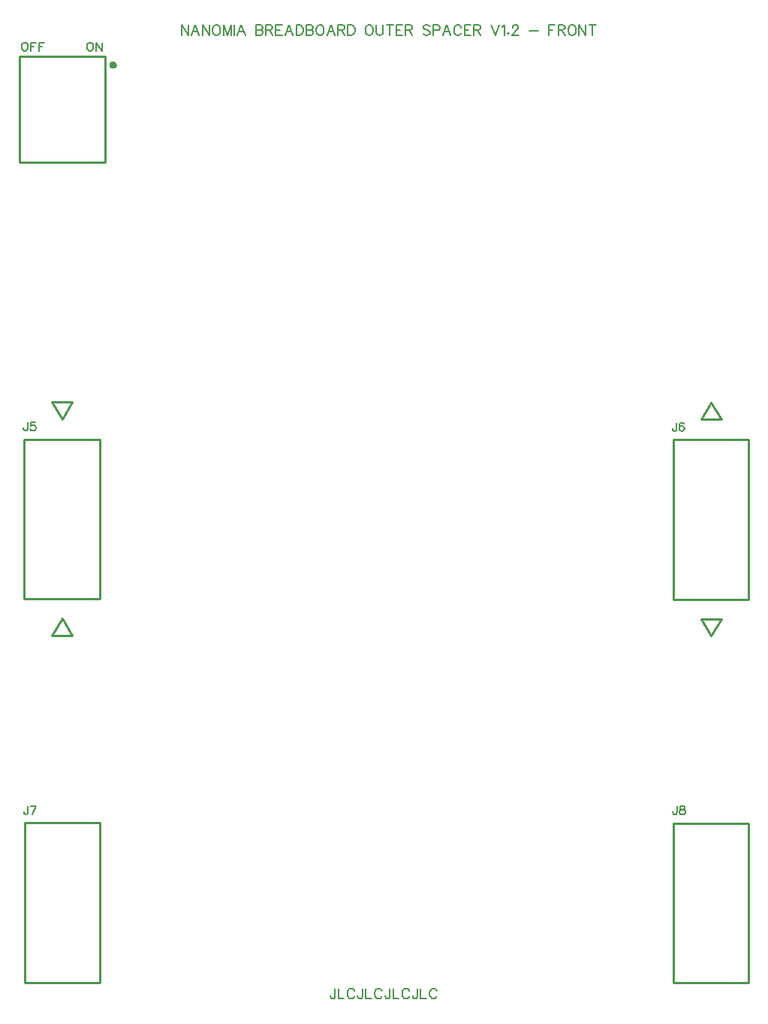
<source format=gto>
G04 Layer: TopSilkscreenLayer*
G04 EasyEDA v6.5.34, 2023-08-21 18:11:39*
G04 c862416320f94afeacbf5464a4b7dd8e,5a6b42c53f6a479593ecc07194224c93,10*
G04 Gerber Generator version 0.2*
G04 Scale: 100 percent, Rotated: No, Reflected: No *
G04 Dimensions in millimeters *
G04 leading zeros omitted , absolute positions ,4 integer and 5 decimal *
%FSLAX45Y45*%
%MOMM*%

%ADD10C,0.1524*%
%ADD11C,0.2032*%
%ADD12C,0.2540*%

%LPD*%
D10*
X524510Y7418578D02*
G01*
X524510Y7345679D01*
X519937Y7332218D01*
X515365Y7327645D01*
X506221Y7323073D01*
X497078Y7323073D01*
X488187Y7327645D01*
X483615Y7332218D01*
X479044Y7345679D01*
X479044Y7354823D01*
X609092Y7418578D02*
G01*
X563626Y7418578D01*
X559054Y7377684D01*
X563626Y7382255D01*
X577087Y7386828D01*
X590804Y7386828D01*
X604520Y7382255D01*
X613663Y7373112D01*
X617981Y7359395D01*
X617981Y7350252D01*
X613663Y7336789D01*
X604520Y7327645D01*
X590804Y7323073D01*
X577087Y7323073D01*
X563626Y7327645D01*
X559054Y7332218D01*
X554481Y7341362D01*
X7843265Y7412736D02*
G01*
X7843265Y7340092D01*
X7838693Y7326376D01*
X7834122Y7321804D01*
X7824977Y7317231D01*
X7815834Y7317231D01*
X7806943Y7321804D01*
X7802372Y7326376D01*
X7797800Y7340092D01*
X7797800Y7349236D01*
X7927847Y7399020D02*
G01*
X7923275Y7408163D01*
X7909559Y7412736D01*
X7900415Y7412736D01*
X7886954Y7408163D01*
X7877809Y7394702D01*
X7873238Y7371842D01*
X7873238Y7349236D01*
X7877809Y7330947D01*
X7886954Y7321804D01*
X7900415Y7317231D01*
X7904988Y7317231D01*
X7918704Y7321804D01*
X7927847Y7330947D01*
X7932420Y7344663D01*
X7932420Y7349236D01*
X7927847Y7362697D01*
X7918704Y7371842D01*
X7904988Y7376413D01*
X7900415Y7376413D01*
X7886954Y7371842D01*
X7877809Y7362697D01*
X7873238Y7349236D01*
X528065Y3094736D02*
G01*
X528065Y3022092D01*
X523494Y3008376D01*
X518921Y3003804D01*
X509778Y2999231D01*
X500634Y2999231D01*
X491744Y3003804D01*
X487171Y3008376D01*
X482600Y3022092D01*
X482600Y3031236D01*
X621792Y3094736D02*
G01*
X576326Y2999231D01*
X558037Y3094736D02*
G01*
X621792Y3094736D01*
X7846822Y3092450D02*
G01*
X7846822Y3019805D01*
X7842250Y3006089D01*
X7837677Y3001518D01*
X7828534Y2996945D01*
X7819390Y2996945D01*
X7810500Y3001518D01*
X7805927Y3006089D01*
X7801356Y3019805D01*
X7801356Y3028950D01*
X7899400Y3092450D02*
G01*
X7885938Y3087878D01*
X7881365Y3078987D01*
X7881365Y3069844D01*
X7885938Y3060700D01*
X7895081Y3056128D01*
X7913115Y3051555D01*
X7926831Y3046984D01*
X7935975Y3038094D01*
X7940547Y3028950D01*
X7940547Y3015234D01*
X7935975Y3006089D01*
X7931404Y3001518D01*
X7917688Y2996945D01*
X7899400Y2996945D01*
X7885938Y3001518D01*
X7881365Y3006089D01*
X7876793Y3015234D01*
X7876793Y3028950D01*
X7881365Y3038094D01*
X7890509Y3046984D01*
X7903972Y3051555D01*
X7922259Y3056128D01*
X7931404Y3060700D01*
X7935975Y3069844D01*
X7935975Y3078987D01*
X7931404Y3087878D01*
X7917688Y3092450D01*
X7899400Y3092450D01*
D11*
X3991607Y1035557D02*
G01*
X3991607Y948181D01*
X3986019Y931926D01*
X3980685Y926337D01*
X3969763Y921004D01*
X3958841Y921004D01*
X3947919Y926337D01*
X3942331Y931926D01*
X3936997Y948181D01*
X3936997Y959104D01*
X4027421Y1035557D02*
G01*
X4027421Y921004D01*
X4027421Y921004D02*
G01*
X4092953Y921004D01*
X4210809Y1008126D02*
G01*
X4205475Y1019047D01*
X4194553Y1029970D01*
X4183631Y1035557D01*
X4161787Y1035557D01*
X4150865Y1029970D01*
X4139943Y1019047D01*
X4134355Y1008126D01*
X4129021Y991870D01*
X4129021Y964692D01*
X4134355Y948181D01*
X4139943Y937260D01*
X4150865Y926337D01*
X4161787Y921004D01*
X4183631Y921004D01*
X4194553Y926337D01*
X4205475Y937260D01*
X4210809Y948181D01*
X4301233Y1035557D02*
G01*
X4301233Y948181D01*
X4295899Y931926D01*
X4290565Y926337D01*
X4279643Y921004D01*
X4268721Y921004D01*
X4257799Y926337D01*
X4252211Y931926D01*
X4246877Y948181D01*
X4246877Y959104D01*
X4337301Y1035557D02*
G01*
X4337301Y921004D01*
X4337301Y921004D02*
G01*
X4402833Y921004D01*
X4520689Y1008126D02*
G01*
X4515101Y1019047D01*
X4504179Y1029970D01*
X4493257Y1035557D01*
X4471667Y1035557D01*
X4460745Y1029970D01*
X4449823Y1019047D01*
X4444235Y1008126D01*
X4438901Y991870D01*
X4438901Y964692D01*
X4444235Y948181D01*
X4449823Y937260D01*
X4460745Y926337D01*
X4471667Y921004D01*
X4493257Y921004D01*
X4504179Y926337D01*
X4515101Y937260D01*
X4520689Y948181D01*
X4611113Y1035557D02*
G01*
X4611113Y948181D01*
X4605779Y931926D01*
X4600191Y926337D01*
X4589269Y921004D01*
X4578347Y921004D01*
X4567425Y926337D01*
X4562091Y931926D01*
X4556757Y948181D01*
X4556757Y959104D01*
X4647181Y1035557D02*
G01*
X4647181Y921004D01*
X4647181Y921004D02*
G01*
X4712713Y921004D01*
X4830569Y1008126D02*
G01*
X4824981Y1019047D01*
X4814059Y1029970D01*
X4803137Y1035557D01*
X4781293Y1035557D01*
X4770371Y1029970D01*
X4759449Y1019047D01*
X4754115Y1008126D01*
X4748527Y991870D01*
X4748527Y964692D01*
X4754115Y948181D01*
X4759449Y937260D01*
X4770371Y926337D01*
X4781293Y921004D01*
X4803137Y921004D01*
X4814059Y926337D01*
X4824981Y937260D01*
X4830569Y948181D01*
X4920993Y1035557D02*
G01*
X4920993Y948181D01*
X4915659Y931926D01*
X4910071Y926337D01*
X4899149Y921004D01*
X4888227Y921004D01*
X4877305Y926337D01*
X4871971Y931926D01*
X4866383Y948181D01*
X4866383Y959104D01*
X4957061Y1035557D02*
G01*
X4957061Y921004D01*
X4957061Y921004D02*
G01*
X5022339Y921004D01*
X5140195Y1008126D02*
G01*
X5134861Y1019047D01*
X5123939Y1029970D01*
X5113017Y1035557D01*
X5091173Y1035557D01*
X5080251Y1029970D01*
X5069329Y1019047D01*
X5063995Y1008126D01*
X5058407Y991870D01*
X5058407Y964692D01*
X5063995Y948181D01*
X5069329Y937260D01*
X5080251Y926337D01*
X5091173Y921004D01*
X5113017Y921004D01*
X5123939Y926337D01*
X5134861Y937260D01*
X5140195Y948181D01*
X2260600Y11894058D02*
G01*
X2260600Y11779504D01*
X2260600Y11894058D02*
G01*
X2337054Y11779504D01*
X2337054Y11894058D02*
G01*
X2337054Y11779504D01*
X2416556Y11894058D02*
G01*
X2372868Y11779504D01*
X2416556Y11894058D02*
G01*
X2460243Y11779504D01*
X2389377Y11817604D02*
G01*
X2443988Y11817604D01*
X2496311Y11894058D02*
G01*
X2496311Y11779504D01*
X2496311Y11894058D02*
G01*
X2572511Y11779504D01*
X2572511Y11894058D02*
G01*
X2572511Y11779504D01*
X2641345Y11894058D02*
G01*
X2630424Y11888470D01*
X2619502Y11877547D01*
X2614168Y11866626D01*
X2608579Y11850370D01*
X2608579Y11823192D01*
X2614168Y11806681D01*
X2619502Y11795760D01*
X2630424Y11784837D01*
X2641345Y11779504D01*
X2663190Y11779504D01*
X2674111Y11784837D01*
X2685034Y11795760D01*
X2690368Y11806681D01*
X2695956Y11823192D01*
X2695956Y11850370D01*
X2690368Y11866626D01*
X2685034Y11877547D01*
X2674111Y11888470D01*
X2663190Y11894058D01*
X2641345Y11894058D01*
X2731770Y11894058D02*
G01*
X2731770Y11779504D01*
X2731770Y11894058D02*
G01*
X2775458Y11779504D01*
X2819145Y11894058D02*
G01*
X2775458Y11779504D01*
X2819145Y11894058D02*
G01*
X2819145Y11779504D01*
X2855213Y11894058D02*
G01*
X2855213Y11779504D01*
X2934715Y11894058D02*
G01*
X2891027Y11779504D01*
X2934715Y11894058D02*
G01*
X2978404Y11779504D01*
X2907538Y11817604D02*
G01*
X2962147Y11817604D01*
X3098291Y11894058D02*
G01*
X3098291Y11779504D01*
X3098291Y11894058D02*
G01*
X3147568Y11894058D01*
X3163824Y11888470D01*
X3169411Y11883136D01*
X3174745Y11872213D01*
X3174745Y11861292D01*
X3169411Y11850370D01*
X3163824Y11844781D01*
X3147568Y11839447D01*
X3098291Y11839447D02*
G01*
X3147568Y11839447D01*
X3163824Y11834113D01*
X3169411Y11828526D01*
X3174745Y11817604D01*
X3174745Y11801347D01*
X3169411Y11790426D01*
X3163824Y11784837D01*
X3147568Y11779504D01*
X3098291Y11779504D01*
X3210813Y11894058D02*
G01*
X3210813Y11779504D01*
X3210813Y11894058D02*
G01*
X3259836Y11894058D01*
X3276345Y11888470D01*
X3281679Y11883136D01*
X3287268Y11872213D01*
X3287268Y11861292D01*
X3281679Y11850370D01*
X3276345Y11844781D01*
X3259836Y11839447D01*
X3210813Y11839447D01*
X3248913Y11839447D02*
G01*
X3287268Y11779504D01*
X3323081Y11894058D02*
G01*
X3323081Y11779504D01*
X3323081Y11894058D02*
G01*
X3393947Y11894058D01*
X3323081Y11839447D02*
G01*
X3366770Y11839447D01*
X3323081Y11779504D02*
G01*
X3393947Y11779504D01*
X3473704Y11894058D02*
G01*
X3430015Y11779504D01*
X3473704Y11894058D02*
G01*
X3517391Y11779504D01*
X3446525Y11817604D02*
G01*
X3500881Y11817604D01*
X3553206Y11894058D02*
G01*
X3553206Y11779504D01*
X3553206Y11894058D02*
G01*
X3591559Y11894058D01*
X3607815Y11888470D01*
X3618738Y11877547D01*
X3624325Y11866626D01*
X3629659Y11850370D01*
X3629659Y11823192D01*
X3624325Y11806681D01*
X3618738Y11795760D01*
X3607815Y11784837D01*
X3591559Y11779504D01*
X3553206Y11779504D01*
X3665727Y11894058D02*
G01*
X3665727Y11779504D01*
X3665727Y11894058D02*
G01*
X3714750Y11894058D01*
X3731259Y11888470D01*
X3736593Y11883136D01*
X3741927Y11872213D01*
X3741927Y11861292D01*
X3736593Y11850370D01*
X3731259Y11844781D01*
X3714750Y11839447D01*
X3665727Y11839447D02*
G01*
X3714750Y11839447D01*
X3731259Y11834113D01*
X3736593Y11828526D01*
X3741927Y11817604D01*
X3741927Y11801347D01*
X3736593Y11790426D01*
X3731259Y11784837D01*
X3714750Y11779504D01*
X3665727Y11779504D01*
X3810761Y11894058D02*
G01*
X3799840Y11888470D01*
X3788918Y11877547D01*
X3783584Y11866626D01*
X3777995Y11850370D01*
X3777995Y11823192D01*
X3783584Y11806681D01*
X3788918Y11795760D01*
X3799840Y11784837D01*
X3810761Y11779504D01*
X3832606Y11779504D01*
X3843527Y11784837D01*
X3854450Y11795760D01*
X3859784Y11806681D01*
X3865372Y11823192D01*
X3865372Y11850370D01*
X3859784Y11866626D01*
X3854450Y11877547D01*
X3843527Y11888470D01*
X3832606Y11894058D01*
X3810761Y11894058D01*
X3944874Y11894058D02*
G01*
X3901440Y11779504D01*
X3944874Y11894058D02*
G01*
X3988561Y11779504D01*
X3917695Y11817604D02*
G01*
X3972306Y11817604D01*
X4024629Y11894058D02*
G01*
X4024629Y11779504D01*
X4024629Y11894058D02*
G01*
X4073652Y11894058D01*
X4090161Y11888470D01*
X4095495Y11883136D01*
X4101084Y11872213D01*
X4101084Y11861292D01*
X4095495Y11850370D01*
X4090161Y11844781D01*
X4073652Y11839447D01*
X4024629Y11839447D01*
X4062729Y11839447D02*
G01*
X4101084Y11779504D01*
X4136897Y11894058D02*
G01*
X4136897Y11779504D01*
X4136897Y11894058D02*
G01*
X4175252Y11894058D01*
X4191508Y11888470D01*
X4202429Y11877547D01*
X4207763Y11866626D01*
X4213352Y11850370D01*
X4213352Y11823192D01*
X4207763Y11806681D01*
X4202429Y11795760D01*
X4191508Y11784837D01*
X4175252Y11779504D01*
X4136897Y11779504D01*
X4366006Y11894058D02*
G01*
X4355084Y11888470D01*
X4344161Y11877547D01*
X4338827Y11866626D01*
X4333240Y11850370D01*
X4333240Y11823192D01*
X4338827Y11806681D01*
X4344161Y11795760D01*
X4355084Y11784837D01*
X4366006Y11779504D01*
X4387850Y11779504D01*
X4398772Y11784837D01*
X4409693Y11795760D01*
X4415027Y11806681D01*
X4420615Y11823192D01*
X4420615Y11850370D01*
X4415027Y11866626D01*
X4409693Y11877547D01*
X4398772Y11888470D01*
X4387850Y11894058D01*
X4366006Y11894058D01*
X4456684Y11894058D02*
G01*
X4456684Y11812270D01*
X4462018Y11795760D01*
X4472940Y11784837D01*
X4489195Y11779504D01*
X4500118Y11779504D01*
X4516627Y11784837D01*
X4527550Y11795760D01*
X4532884Y11812270D01*
X4532884Y11894058D01*
X4607052Y11894058D02*
G01*
X4607052Y11779504D01*
X4568952Y11894058D02*
G01*
X4645406Y11894058D01*
X4681220Y11894058D02*
G01*
X4681220Y11779504D01*
X4681220Y11894058D02*
G01*
X4752340Y11894058D01*
X4681220Y11839447D02*
G01*
X4724908Y11839447D01*
X4681220Y11779504D02*
G01*
X4752340Y11779504D01*
X4788154Y11894058D02*
G01*
X4788154Y11779504D01*
X4788154Y11894058D02*
G01*
X4837429Y11894058D01*
X4853686Y11888470D01*
X4859020Y11883136D01*
X4864608Y11872213D01*
X4864608Y11861292D01*
X4859020Y11850370D01*
X4853686Y11844781D01*
X4837429Y11839447D01*
X4788154Y11839447D01*
X4826508Y11839447D02*
G01*
X4864608Y11779504D01*
X5060950Y11877547D02*
G01*
X5050027Y11888470D01*
X5033772Y11894058D01*
X5011927Y11894058D01*
X4995418Y11888470D01*
X4984495Y11877547D01*
X4984495Y11866626D01*
X4990084Y11855704D01*
X4995418Y11850370D01*
X5006340Y11844781D01*
X5039106Y11834113D01*
X5050027Y11828526D01*
X5055615Y11823192D01*
X5060950Y11812270D01*
X5060950Y11795760D01*
X5050027Y11784837D01*
X5033772Y11779504D01*
X5011927Y11779504D01*
X4995418Y11784837D01*
X4984495Y11795760D01*
X5097018Y11894058D02*
G01*
X5097018Y11779504D01*
X5097018Y11894058D02*
G01*
X5146040Y11894058D01*
X5162295Y11888470D01*
X5167884Y11883136D01*
X5173218Y11872213D01*
X5173218Y11855704D01*
X5167884Y11844781D01*
X5162295Y11839447D01*
X5146040Y11834113D01*
X5097018Y11834113D01*
X5252974Y11894058D02*
G01*
X5209286Y11779504D01*
X5252974Y11894058D02*
G01*
X5296661Y11779504D01*
X5225795Y11817604D02*
G01*
X5280152Y11817604D01*
X5414518Y11866626D02*
G01*
X5408929Y11877547D01*
X5398008Y11888470D01*
X5387086Y11894058D01*
X5365241Y11894058D01*
X5354320Y11888470D01*
X5343397Y11877547D01*
X5338063Y11866626D01*
X5332475Y11850370D01*
X5332475Y11823192D01*
X5338063Y11806681D01*
X5343397Y11795760D01*
X5354320Y11784837D01*
X5365241Y11779504D01*
X5387086Y11779504D01*
X5398008Y11784837D01*
X5408929Y11795760D01*
X5414518Y11806681D01*
X5450331Y11894058D02*
G01*
X5450331Y11779504D01*
X5450331Y11894058D02*
G01*
X5521197Y11894058D01*
X5450331Y11839447D02*
G01*
X5494020Y11839447D01*
X5450331Y11779504D02*
G01*
X5521197Y11779504D01*
X5557265Y11894058D02*
G01*
X5557265Y11779504D01*
X5557265Y11894058D02*
G01*
X5606288Y11894058D01*
X5622797Y11888470D01*
X5628131Y11883136D01*
X5633720Y11872213D01*
X5633720Y11861292D01*
X5628131Y11850370D01*
X5622797Y11844781D01*
X5606288Y11839447D01*
X5557265Y11839447D01*
X5595620Y11839447D02*
G01*
X5633720Y11779504D01*
X5753608Y11894058D02*
G01*
X5797295Y11779504D01*
X5840984Y11894058D02*
G01*
X5797295Y11779504D01*
X5877052Y11872213D02*
G01*
X5887974Y11877547D01*
X5904229Y11894058D01*
X5904229Y11779504D01*
X5945631Y11806681D02*
G01*
X5940297Y11801347D01*
X5945631Y11795760D01*
X5951220Y11801347D01*
X5945631Y11806681D01*
X5992622Y11866626D02*
G01*
X5992622Y11872213D01*
X5997956Y11883136D01*
X6003543Y11888470D01*
X6014465Y11894058D01*
X6036309Y11894058D01*
X6047231Y11888470D01*
X6052565Y11883136D01*
X6058154Y11872213D01*
X6058154Y11861292D01*
X6052565Y11850370D01*
X6041643Y11834113D01*
X5987034Y11779504D01*
X6063488Y11779504D01*
X6183375Y11828526D02*
G01*
X6281674Y11828526D01*
X6401561Y11894058D02*
G01*
X6401561Y11779504D01*
X6401561Y11894058D02*
G01*
X6472681Y11894058D01*
X6401561Y11839447D02*
G01*
X6445250Y11839447D01*
X6508495Y11894058D02*
G01*
X6508495Y11779504D01*
X6508495Y11894058D02*
G01*
X6557772Y11894058D01*
X6574027Y11888470D01*
X6579615Y11883136D01*
X6584950Y11872213D01*
X6584950Y11861292D01*
X6579615Y11850370D01*
X6574027Y11844781D01*
X6557772Y11839447D01*
X6508495Y11839447D01*
X6546850Y11839447D02*
G01*
X6584950Y11779504D01*
X6653784Y11894058D02*
G01*
X6642861Y11888470D01*
X6631940Y11877547D01*
X6626352Y11866626D01*
X6621018Y11850370D01*
X6621018Y11823192D01*
X6626352Y11806681D01*
X6631940Y11795760D01*
X6642861Y11784837D01*
X6653784Y11779504D01*
X6675374Y11779504D01*
X6686295Y11784837D01*
X6697218Y11795760D01*
X6702806Y11806681D01*
X6708140Y11823192D01*
X6708140Y11850370D01*
X6702806Y11866626D01*
X6697218Y11877547D01*
X6686295Y11888470D01*
X6675374Y11894058D01*
X6653784Y11894058D01*
X6744208Y11894058D02*
G01*
X6744208Y11779504D01*
X6744208Y11894058D02*
G01*
X6820661Y11779504D01*
X6820661Y11894058D02*
G01*
X6820661Y11779504D01*
X6894829Y11894058D02*
G01*
X6894829Y11779504D01*
X6856475Y11894058D02*
G01*
X6932929Y11894058D01*
X484378Y11695937D02*
G01*
X475487Y11691365D01*
X466344Y11682476D01*
X461771Y11673331D01*
X457200Y11659615D01*
X457200Y11637010D01*
X461771Y11623294D01*
X466344Y11614150D01*
X475487Y11605005D01*
X484378Y11600434D01*
X502665Y11600434D01*
X511810Y11605005D01*
X520954Y11614150D01*
X525271Y11623294D01*
X529844Y11637010D01*
X529844Y11659615D01*
X525271Y11673331D01*
X520954Y11682476D01*
X511810Y11691365D01*
X502665Y11695937D01*
X484378Y11695937D01*
X559815Y11695937D02*
G01*
X559815Y11600434D01*
X559815Y11695937D02*
G01*
X618997Y11695937D01*
X559815Y11650471D02*
G01*
X596392Y11650471D01*
X648970Y11695937D02*
G01*
X648970Y11600434D01*
X648970Y11695937D02*
G01*
X708152Y11695937D01*
X648970Y11650471D02*
G01*
X685292Y11650471D01*
X1220978Y11695937D02*
G01*
X1212087Y11691365D01*
X1202944Y11682476D01*
X1198371Y11673331D01*
X1193800Y11659615D01*
X1193800Y11637010D01*
X1198371Y11623294D01*
X1202944Y11614150D01*
X1212087Y11605005D01*
X1220978Y11600434D01*
X1239265Y11600434D01*
X1248410Y11605005D01*
X1257554Y11614150D01*
X1261871Y11623294D01*
X1266444Y11637010D01*
X1266444Y11659615D01*
X1261871Y11673331D01*
X1257554Y11682476D01*
X1248410Y11691365D01*
X1239265Y11695937D01*
X1220978Y11695937D01*
X1296415Y11695937D02*
G01*
X1296415Y11600434D01*
X1296415Y11695937D02*
G01*
X1360170Y11600434D01*
X1360170Y11695937D02*
G01*
X1360170Y11600434D01*
G36*
X1488897Y11483797D02*
G01*
X1483055Y11483390D01*
X1480159Y11482882D01*
X1474520Y11481206D01*
X1469186Y11478768D01*
X1464259Y11475618D01*
X1459839Y11471757D01*
X1455978Y11467338D01*
X1452829Y11462410D01*
X1450390Y11457076D01*
X1448714Y11451437D01*
X1447901Y11445646D01*
X1447901Y11439753D01*
X1448714Y11433962D01*
X1450390Y11428323D01*
X1452829Y11422989D01*
X1455978Y11418062D01*
X1459839Y11413642D01*
X1464259Y11409781D01*
X1469186Y11406632D01*
X1474520Y11404193D01*
X1480159Y11402517D01*
X1485950Y11401704D01*
X1491843Y11401704D01*
X1497634Y11402517D01*
X1503273Y11404193D01*
X1508607Y11406632D01*
X1513535Y11409781D01*
X1517954Y11413642D01*
X1521815Y11418062D01*
X1524965Y11422989D01*
X1527403Y11428323D01*
X1529080Y11433962D01*
X1529892Y11439753D01*
X1529892Y11445646D01*
X1529080Y11451437D01*
X1527403Y11457076D01*
X1524965Y11462410D01*
X1521815Y11467338D01*
X1517954Y11471757D01*
X1513535Y11475618D01*
X1508607Y11478768D01*
X1503273Y11481206D01*
X1497634Y11482882D01*
X1491843Y11483695D01*
G37*
D12*
X800100Y7645400D02*
G01*
X1028700Y7645400D01*
X914400Y7454900D01*
X800100Y7645400D01*
X8118883Y7449157D02*
G01*
X8347483Y7449157D01*
X8233183Y7639657D01*
X8118883Y7449157D01*
X8347483Y5201257D02*
G01*
X8118883Y5201257D01*
X8233183Y5010757D01*
X8347483Y5201257D01*
X1028700Y5016500D02*
G01*
X800100Y5016500D01*
X914400Y5207000D01*
X1028700Y5016500D01*
X485800Y7226325D02*
G01*
X1335811Y7226325D01*
X1335811Y5426329D01*
X485800Y5426329D01*
X485800Y7226325D01*
X7804581Y7220585D02*
G01*
X8654592Y7220585D01*
X8654592Y5420588D01*
X7804581Y5420588D01*
X7804581Y7220585D01*
X489381Y2902585D02*
G01*
X1339392Y2902585D01*
X1339392Y1102588D01*
X489381Y1102588D01*
X489381Y2902585D01*
X7808137Y2900298D02*
G01*
X8658148Y2900298D01*
X8658148Y1100302D01*
X7808137Y1100302D01*
X7808137Y2900298D01*
X431800Y11544300D02*
G01*
X1397000Y11544300D01*
X1397000Y10344302D01*
X431800Y10344302D01*
X431800Y11544300D01*
M02*

</source>
